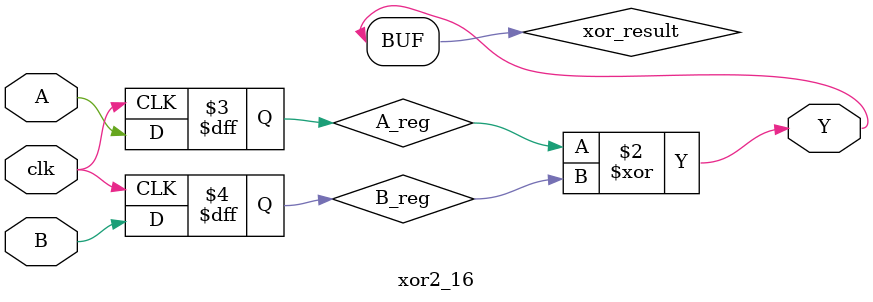
<source format=sv>
module xor2_16 (
    input wire A, B,
    input wire clk,
    output wire Y
);
    // 时序逻辑部分 - 寄存器存储
    reg A_reg, B_reg;
    
    // 组合逻辑部分 - 计算XOR结果
    wire xor_result;
    
    // 时序逻辑模块 - 仅在时钟边沿处理寄存器更新
    always @(posedge clk) begin
        A_reg <= A;
        B_reg <= B;
    end
    
    // 组合逻辑模块 - 处理XOR操作
    assign xor_result = A_reg ^ B_reg;
    
    // 输出赋值
    assign Y = xor_result;
endmodule
</source>
